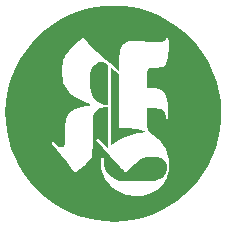
<source format=gbo>
G04 (created by PCBNEW (2013-07-07 BZR 4022)-stable) date 1/29/2015 5:28:15 PM*
%MOIN*%
G04 Gerber Fmt 3.4, Leading zero omitted, Abs format*
%FSLAX34Y34*%
G01*
G70*
G90*
G04 APERTURE LIST*
%ADD10C,0.00590551*%
%ADD11C,0.0001*%
G04 APERTURE END LIST*
G54D10*
G54D11*
G36*
X80651Y-63953D02*
X80660Y-64261D01*
X80696Y-64567D01*
X80758Y-64870D01*
X80846Y-65167D01*
X80960Y-65458D01*
X81101Y-65741D01*
X81269Y-66013D01*
X81462Y-66273D01*
X81526Y-66349D01*
X81743Y-66582D01*
X81976Y-66790D01*
X82187Y-66947D01*
X82187Y-64971D01*
X82207Y-64941D01*
X82209Y-64939D01*
X82242Y-64904D01*
X82350Y-65014D01*
X82403Y-65067D01*
X82441Y-65100D01*
X82471Y-65118D01*
X82497Y-65125D01*
X82506Y-65125D01*
X82559Y-65112D01*
X82600Y-65072D01*
X82618Y-65036D01*
X82623Y-65011D01*
X82628Y-64960D01*
X82633Y-64889D01*
X82638Y-64800D01*
X82642Y-64700D01*
X82645Y-64608D01*
X82649Y-64479D01*
X82653Y-64377D01*
X82658Y-64296D01*
X82664Y-64233D01*
X82673Y-64183D01*
X82684Y-64142D01*
X82698Y-64106D01*
X82716Y-64071D01*
X82726Y-64054D01*
X82784Y-63973D01*
X82859Y-63906D01*
X82954Y-63851D01*
X83070Y-63805D01*
X83210Y-63769D01*
X83350Y-63744D01*
X83431Y-63732D01*
X83482Y-63723D01*
X83505Y-63714D01*
X83501Y-63702D01*
X83471Y-63686D01*
X83414Y-63662D01*
X83380Y-63649D01*
X83221Y-63581D01*
X83088Y-63514D01*
X82974Y-63446D01*
X82877Y-63375D01*
X82792Y-63298D01*
X82767Y-63272D01*
X82687Y-63176D01*
X82626Y-63076D01*
X82583Y-62968D01*
X82554Y-62845D01*
X82540Y-62703D01*
X82536Y-62582D01*
X82540Y-62435D01*
X82554Y-62311D01*
X82581Y-62201D01*
X82622Y-62101D01*
X82681Y-62003D01*
X82758Y-61900D01*
X82782Y-61872D01*
X82836Y-61813D01*
X82900Y-61749D01*
X82970Y-61684D01*
X83040Y-61623D01*
X83108Y-61569D01*
X83168Y-61524D01*
X83217Y-61493D01*
X83249Y-61480D01*
X83253Y-61480D01*
X83267Y-61491D01*
X83297Y-61520D01*
X83339Y-61565D01*
X83388Y-61621D01*
X83409Y-61646D01*
X83474Y-61721D01*
X83541Y-61793D01*
X83614Y-61867D01*
X83695Y-61943D01*
X83787Y-62028D01*
X83894Y-62122D01*
X84020Y-62228D01*
X84137Y-62326D01*
X84438Y-62576D01*
X84447Y-62249D01*
X84451Y-62118D01*
X84457Y-62013D01*
X84465Y-61929D01*
X84477Y-61863D01*
X84492Y-61811D01*
X84512Y-61768D01*
X84538Y-61730D01*
X84553Y-61711D01*
X84596Y-61668D01*
X84643Y-61634D01*
X84698Y-61609D01*
X84764Y-61592D01*
X84846Y-61582D01*
X84945Y-61579D01*
X85067Y-61581D01*
X85214Y-61590D01*
X85240Y-61592D01*
X85407Y-61602D01*
X85547Y-61610D01*
X85662Y-61614D01*
X85755Y-61614D01*
X85828Y-61610D01*
X85884Y-61601D01*
X85927Y-61588D01*
X85957Y-61570D01*
X85978Y-61547D01*
X85992Y-61518D01*
X85993Y-61516D01*
X86013Y-61478D01*
X86040Y-61465D01*
X86044Y-61465D01*
X86063Y-61471D01*
X86077Y-61491D01*
X86086Y-61529D01*
X86092Y-61588D01*
X86095Y-61671D01*
X86095Y-61720D01*
X86090Y-61885D01*
X86076Y-62033D01*
X86054Y-62159D01*
X86024Y-62261D01*
X85987Y-62339D01*
X85957Y-62376D01*
X85923Y-62407D01*
X85889Y-62430D01*
X85852Y-62448D01*
X85807Y-62461D01*
X85749Y-62471D01*
X85673Y-62477D01*
X85576Y-62481D01*
X85461Y-62484D01*
X85432Y-62495D01*
X85405Y-62515D01*
X85395Y-62527D01*
X85387Y-62543D01*
X85382Y-62567D01*
X85378Y-62603D01*
X85376Y-62656D01*
X85375Y-62730D01*
X85375Y-62829D01*
X85375Y-62838D01*
X85375Y-63130D01*
X85469Y-63130D01*
X85537Y-63133D01*
X85614Y-63139D01*
X85664Y-63145D01*
X85765Y-63168D01*
X85849Y-63205D01*
X85919Y-63260D01*
X85974Y-63333D01*
X86018Y-63426D01*
X86049Y-63542D01*
X86068Y-63682D01*
X86078Y-63847D01*
X86080Y-63957D01*
X86080Y-64195D01*
X86045Y-64195D01*
X86028Y-64193D01*
X86016Y-64182D01*
X86007Y-64156D01*
X85999Y-64110D01*
X85995Y-64075D01*
X85983Y-64001D01*
X85966Y-63944D01*
X85941Y-63901D01*
X85903Y-63870D01*
X85850Y-63850D01*
X85776Y-63837D01*
X85680Y-63829D01*
X85598Y-63824D01*
X85373Y-63815D01*
X85378Y-64169D01*
X85380Y-64287D01*
X85381Y-64378D01*
X85385Y-64450D01*
X85393Y-64504D01*
X85407Y-64546D01*
X85427Y-64581D01*
X85456Y-64613D01*
X85496Y-64646D01*
X85547Y-64684D01*
X85574Y-64705D01*
X85635Y-64752D01*
X85692Y-64798D01*
X85739Y-64837D01*
X85758Y-64855D01*
X85840Y-64946D01*
X85919Y-65060D01*
X85991Y-65188D01*
X86051Y-65322D01*
X86082Y-65411D01*
X86107Y-65521D01*
X86118Y-65647D01*
X86116Y-65779D01*
X86100Y-65907D01*
X86082Y-65985D01*
X86023Y-66148D01*
X85939Y-66297D01*
X85835Y-66428D01*
X85713Y-66539D01*
X85574Y-66628D01*
X85497Y-66663D01*
X85353Y-66708D01*
X85192Y-66736D01*
X85024Y-66745D01*
X84854Y-66734D01*
X84816Y-66728D01*
X84678Y-66697D01*
X84537Y-66647D01*
X84406Y-66584D01*
X84351Y-66551D01*
X84252Y-66476D01*
X84153Y-66384D01*
X84061Y-66282D01*
X83984Y-66177D01*
X83936Y-66096D01*
X83890Y-65998D01*
X83860Y-65911D01*
X83841Y-65824D01*
X83832Y-65726D01*
X83830Y-65639D01*
X83830Y-65470D01*
X83886Y-65470D01*
X83943Y-65470D01*
X83944Y-65616D01*
X83951Y-65731D01*
X83971Y-65826D01*
X84007Y-65908D01*
X84061Y-65987D01*
X84095Y-66025D01*
X84200Y-66120D01*
X84319Y-66191D01*
X84422Y-66230D01*
X84450Y-66237D01*
X84480Y-66244D01*
X84516Y-66248D01*
X84562Y-66252D01*
X84621Y-66254D01*
X84696Y-66256D01*
X84792Y-66257D01*
X84912Y-66257D01*
X85023Y-66257D01*
X85165Y-66257D01*
X85282Y-66256D01*
X85375Y-66255D01*
X85450Y-66253D01*
X85508Y-66250D01*
X85555Y-66246D01*
X85592Y-66240D01*
X85625Y-66233D01*
X85634Y-66231D01*
X85766Y-66188D01*
X85870Y-66134D01*
X85948Y-66067D01*
X86001Y-65986D01*
X86029Y-65891D01*
X86035Y-65815D01*
X86023Y-65708D01*
X85988Y-65620D01*
X85928Y-65546D01*
X85842Y-65487D01*
X85814Y-65473D01*
X85772Y-65454D01*
X85734Y-65443D01*
X85691Y-65436D01*
X85636Y-65433D01*
X85563Y-65433D01*
X85449Y-65437D01*
X85346Y-65453D01*
X85250Y-65481D01*
X85157Y-65525D01*
X85062Y-65586D01*
X84960Y-65667D01*
X84848Y-65769D01*
X84805Y-65810D01*
X84741Y-65872D01*
X84694Y-65915D01*
X84662Y-65940D01*
X84642Y-65949D01*
X84631Y-65946D01*
X84618Y-65931D01*
X84587Y-65896D01*
X84539Y-65844D01*
X84479Y-65776D01*
X84406Y-65695D01*
X84324Y-65602D01*
X84234Y-65502D01*
X84147Y-65405D01*
X83681Y-64882D01*
X83706Y-64844D01*
X83732Y-64805D01*
X83901Y-64984D01*
X84070Y-65162D01*
X84070Y-64476D01*
X84070Y-63790D01*
X83954Y-63790D01*
X83849Y-63798D01*
X83765Y-63822D01*
X83699Y-63866D01*
X83643Y-63933D01*
X83607Y-64000D01*
X83567Y-64082D01*
X83560Y-64735D01*
X83558Y-64899D01*
X83557Y-65035D01*
X83554Y-65148D01*
X83551Y-65238D01*
X83547Y-65311D01*
X83541Y-65369D01*
X83534Y-65413D01*
X83524Y-65449D01*
X83511Y-65478D01*
X83495Y-65503D01*
X83476Y-65527D01*
X83452Y-65553D01*
X83446Y-65559D01*
X83419Y-65587D01*
X83377Y-65627D01*
X83323Y-65676D01*
X83264Y-65730D01*
X83201Y-65786D01*
X83139Y-65839D01*
X83083Y-65887D01*
X83036Y-65926D01*
X83002Y-65953D01*
X82985Y-65963D01*
X82985Y-65963D01*
X82975Y-65951D01*
X82947Y-65917D01*
X82905Y-65866D01*
X82850Y-65799D01*
X82784Y-65718D01*
X82710Y-65627D01*
X82628Y-65527D01*
X82593Y-65485D01*
X82508Y-65382D01*
X82430Y-65286D01*
X82359Y-65199D01*
X82297Y-65124D01*
X82248Y-65063D01*
X82213Y-65020D01*
X82193Y-64997D01*
X82191Y-64993D01*
X82187Y-64971D01*
X82187Y-66947D01*
X82227Y-66977D01*
X82495Y-67143D01*
X82771Y-67282D01*
X83062Y-67397D01*
X83364Y-67487D01*
X83674Y-67551D01*
X83988Y-67588D01*
X84302Y-67599D01*
X84580Y-67584D01*
X84903Y-67538D01*
X85218Y-67465D01*
X85523Y-67365D01*
X85817Y-67239D01*
X86098Y-67088D01*
X86364Y-66913D01*
X86613Y-66715D01*
X86844Y-66495D01*
X87055Y-66255D01*
X87218Y-66034D01*
X87391Y-65753D01*
X87537Y-65461D01*
X87656Y-65160D01*
X87746Y-64853D01*
X87809Y-64540D01*
X87843Y-64224D01*
X87849Y-63906D01*
X87826Y-63588D01*
X87775Y-63271D01*
X87695Y-62958D01*
X87585Y-62649D01*
X87535Y-62530D01*
X87389Y-62238D01*
X87218Y-61963D01*
X87022Y-61705D01*
X86802Y-61463D01*
X86600Y-61276D01*
X86343Y-61074D01*
X86072Y-60897D01*
X85789Y-60747D01*
X85497Y-60624D01*
X85195Y-60527D01*
X84888Y-60458D01*
X84576Y-60416D01*
X84261Y-60401D01*
X83944Y-60414D01*
X83629Y-60455D01*
X83316Y-60525D01*
X83007Y-60623D01*
X82780Y-60715D01*
X82488Y-60861D01*
X82213Y-61032D01*
X81955Y-61228D01*
X81713Y-61448D01*
X81526Y-61650D01*
X81325Y-61907D01*
X81149Y-62175D01*
X81001Y-62455D01*
X80878Y-62743D01*
X80782Y-63039D01*
X80712Y-63341D01*
X80668Y-63646D01*
X80651Y-63953D01*
X80651Y-63953D01*
X80651Y-63953D01*
G37*
G36*
X84162Y-64094D02*
X84163Y-64284D01*
X84164Y-64411D01*
X84168Y-65063D01*
X84227Y-65017D01*
X84426Y-64885D01*
X84631Y-64779D01*
X84844Y-64702D01*
X85060Y-64653D01*
X85149Y-64642D01*
X85334Y-64624D01*
X85268Y-64596D01*
X85167Y-64559D01*
X85049Y-64527D01*
X84922Y-64500D01*
X84794Y-64482D01*
X84674Y-64471D01*
X84570Y-64470D01*
X84539Y-64473D01*
X84445Y-64482D01*
X84444Y-63585D01*
X84444Y-62687D01*
X84305Y-62573D01*
X84168Y-62457D01*
X84164Y-63109D01*
X84163Y-63281D01*
X84162Y-63475D01*
X84162Y-63681D01*
X84162Y-63890D01*
X84162Y-64094D01*
X84162Y-64094D01*
X84162Y-64094D01*
G37*
G36*
X83455Y-62922D02*
X83464Y-63104D01*
X83492Y-63262D01*
X83538Y-63396D01*
X83603Y-63507D01*
X83687Y-63595D01*
X83721Y-63621D01*
X83792Y-63659D01*
X83878Y-63690D01*
X83964Y-63710D01*
X84021Y-63715D01*
X84070Y-63715D01*
X84066Y-63044D01*
X84062Y-62374D01*
X83998Y-62328D01*
X83955Y-62302D01*
X83916Y-62288D01*
X83867Y-62284D01*
X83840Y-62284D01*
X83756Y-62292D01*
X83689Y-62317D01*
X83628Y-62364D01*
X83611Y-62382D01*
X83548Y-62467D01*
X83502Y-62571D01*
X83471Y-62696D01*
X83457Y-62845D01*
X83455Y-62922D01*
X83455Y-62922D01*
X83455Y-62922D01*
G37*
M02*

</source>
